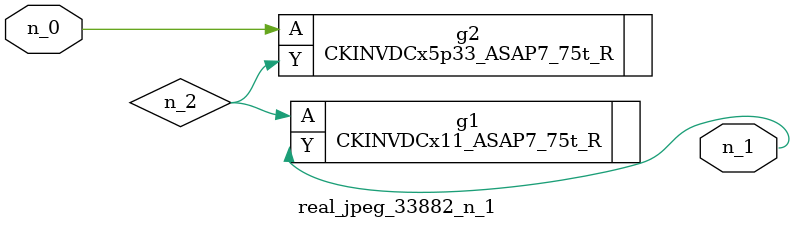
<source format=v>
module real_jpeg_33882_n_1 (n_0, n_1);

input n_0;

output n_1;

wire n_2;

CKINVDCx5p33_ASAP7_75t_R g2 ( 
.A(n_0),
.Y(n_2)
);

CKINVDCx11_ASAP7_75t_R g1 ( 
.A(n_2),
.Y(n_1)
);


endmodule
</source>
